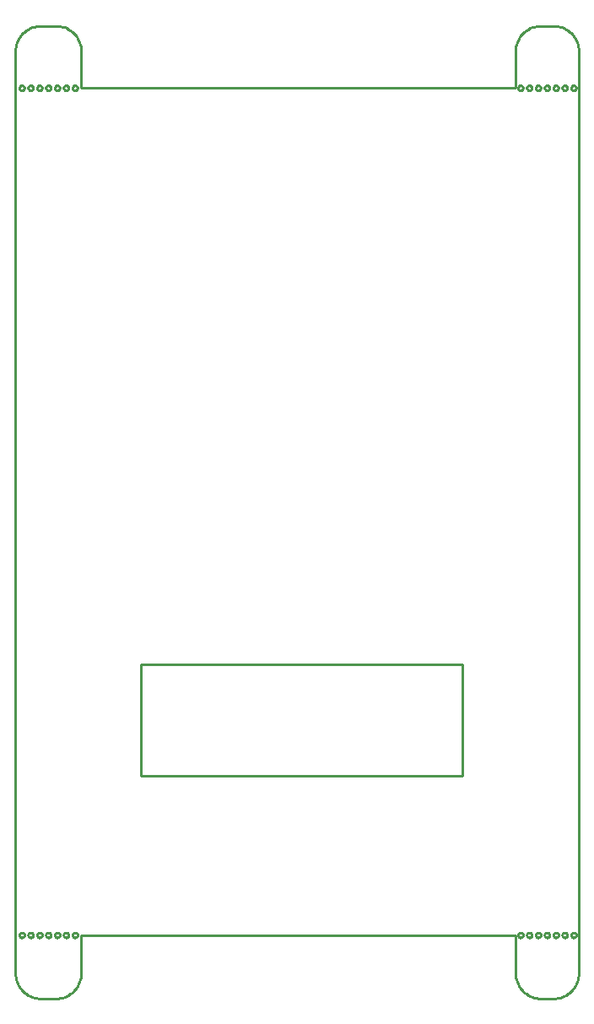
<source format=gbr>
G04 EAGLE Gerber RS-274X export*
G75*
%MOMM*%
%FSLAX34Y34*%
%LPD*%
%IN*%
%IPPOS*%
%AMOC8*
5,1,8,0,0,1.08239X$1,22.5*%
G01*
%ADD10C,0.254000*%


D10*
X0Y-38100D02*
X97Y-40314D01*
X386Y-42511D01*
X865Y-44674D01*
X1532Y-46787D01*
X2380Y-48835D01*
X3403Y-50800D01*
X4594Y-52669D01*
X5942Y-54427D01*
X7440Y-56061D01*
X9073Y-57558D01*
X10831Y-58906D01*
X12700Y-60097D01*
X14666Y-61120D01*
X16713Y-61968D01*
X18826Y-62635D01*
X20989Y-63114D01*
X23186Y-63403D01*
X25400Y-63500D01*
X40640Y-63500D01*
X42854Y-63403D01*
X45051Y-63114D01*
X47214Y-62635D01*
X49327Y-61968D01*
X51375Y-61120D01*
X53340Y-60097D01*
X55209Y-58906D01*
X56967Y-57558D01*
X58601Y-56061D01*
X60098Y-54427D01*
X61446Y-52669D01*
X62637Y-50800D01*
X63660Y-48835D01*
X64508Y-46787D01*
X65175Y-44674D01*
X65654Y-42511D01*
X65943Y-40314D01*
X66040Y-38100D01*
X66040Y0D01*
X501650Y0D01*
X501650Y-38100D01*
X501747Y-40314D01*
X502036Y-42511D01*
X502515Y-44674D01*
X503182Y-46787D01*
X504030Y-48835D01*
X505053Y-50800D01*
X506244Y-52669D01*
X507592Y-54427D01*
X509090Y-56061D01*
X510723Y-57558D01*
X512481Y-58906D01*
X514350Y-60097D01*
X516316Y-61120D01*
X518363Y-61968D01*
X520476Y-62635D01*
X522639Y-63114D01*
X524836Y-63403D01*
X527050Y-63500D01*
X539750Y-63500D01*
X541964Y-63403D01*
X544161Y-63114D01*
X546324Y-62635D01*
X548437Y-61968D01*
X550485Y-61120D01*
X552450Y-60097D01*
X554319Y-58906D01*
X556077Y-57558D01*
X557711Y-56061D01*
X559208Y-54427D01*
X560556Y-52669D01*
X561747Y-50800D01*
X562770Y-48835D01*
X563618Y-46787D01*
X564285Y-44674D01*
X564764Y-42511D01*
X565053Y-40314D01*
X565150Y-38100D01*
X565150Y886460D01*
X565053Y888674D01*
X564764Y890871D01*
X564285Y893034D01*
X563618Y895147D01*
X562770Y897195D01*
X561747Y899160D01*
X560556Y901029D01*
X559208Y902787D01*
X557711Y904421D01*
X556077Y905918D01*
X554319Y907266D01*
X552450Y908457D01*
X550485Y909480D01*
X548437Y910328D01*
X546324Y910995D01*
X544161Y911474D01*
X541964Y911763D01*
X539750Y911860D01*
X527050Y911860D01*
X524836Y911763D01*
X522639Y911474D01*
X520476Y910995D01*
X518363Y910328D01*
X516316Y909480D01*
X514350Y908457D01*
X512481Y907266D01*
X510723Y905918D01*
X509090Y904421D01*
X507592Y902787D01*
X506244Y901029D01*
X505053Y899160D01*
X504030Y897195D01*
X503182Y895147D01*
X502515Y893034D01*
X502036Y890871D01*
X501747Y888674D01*
X501650Y886460D01*
X501650Y849630D01*
X66040Y849630D01*
X66040Y886460D01*
X65943Y888674D01*
X65654Y890871D01*
X65175Y893034D01*
X64508Y895147D01*
X63660Y897195D01*
X62637Y899160D01*
X61446Y901029D01*
X60098Y902787D01*
X58601Y904421D01*
X56967Y905918D01*
X55209Y907266D01*
X53340Y908457D01*
X51375Y909480D01*
X49327Y910328D01*
X47214Y910995D01*
X45051Y911474D01*
X42854Y911763D01*
X40640Y911860D01*
X25400Y911860D01*
X23186Y911763D01*
X20989Y911474D01*
X18826Y910995D01*
X16713Y910328D01*
X14666Y909480D01*
X12700Y908457D01*
X10831Y907266D01*
X9073Y905918D01*
X7440Y904421D01*
X5942Y902787D01*
X4594Y901029D01*
X3403Y899160D01*
X2380Y897195D01*
X1532Y895147D01*
X865Y893034D01*
X386Y890871D01*
X97Y888674D01*
X0Y886460D01*
X0Y-38100D01*
X125730Y160020D02*
X448310Y160020D01*
X448310Y271780D01*
X125730Y271780D01*
X125730Y160020D01*
X62190Y849433D02*
X62128Y849045D01*
X62007Y848670D01*
X61828Y848320D01*
X61597Y848001D01*
X61319Y847723D01*
X61000Y847492D01*
X60650Y847313D01*
X60275Y847192D01*
X59887Y847130D01*
X59493Y847130D01*
X59105Y847192D01*
X58730Y847313D01*
X58380Y847492D01*
X58061Y847723D01*
X57783Y848001D01*
X57552Y848320D01*
X57373Y848670D01*
X57252Y849045D01*
X57190Y849433D01*
X57190Y849827D01*
X57252Y850215D01*
X57373Y850590D01*
X57552Y850940D01*
X57783Y851259D01*
X58061Y851537D01*
X58380Y851768D01*
X58730Y851947D01*
X59105Y852068D01*
X59493Y852130D01*
X59887Y852130D01*
X60275Y852068D01*
X60650Y851947D01*
X61000Y851768D01*
X61319Y851537D01*
X61597Y851259D01*
X61828Y850940D01*
X62007Y850590D01*
X62128Y850215D01*
X62190Y849827D01*
X62190Y849433D01*
X53300Y849433D02*
X53238Y849045D01*
X53117Y848670D01*
X52938Y848320D01*
X52707Y848001D01*
X52429Y847723D01*
X52110Y847492D01*
X51760Y847313D01*
X51385Y847192D01*
X50997Y847130D01*
X50603Y847130D01*
X50215Y847192D01*
X49840Y847313D01*
X49490Y847492D01*
X49171Y847723D01*
X48893Y848001D01*
X48662Y848320D01*
X48483Y848670D01*
X48362Y849045D01*
X48300Y849433D01*
X48300Y849827D01*
X48362Y850215D01*
X48483Y850590D01*
X48662Y850940D01*
X48893Y851259D01*
X49171Y851537D01*
X49490Y851768D01*
X49840Y851947D01*
X50215Y852068D01*
X50603Y852130D01*
X50997Y852130D01*
X51385Y852068D01*
X51760Y851947D01*
X52110Y851768D01*
X52429Y851537D01*
X52707Y851259D01*
X52938Y850940D01*
X53117Y850590D01*
X53238Y850215D01*
X53300Y849827D01*
X53300Y849433D01*
X44410Y849433D02*
X44348Y849045D01*
X44227Y848670D01*
X44048Y848320D01*
X43817Y848001D01*
X43539Y847723D01*
X43220Y847492D01*
X42870Y847313D01*
X42495Y847192D01*
X42107Y847130D01*
X41713Y847130D01*
X41325Y847192D01*
X40950Y847313D01*
X40600Y847492D01*
X40281Y847723D01*
X40003Y848001D01*
X39772Y848320D01*
X39593Y848670D01*
X39472Y849045D01*
X39410Y849433D01*
X39410Y849827D01*
X39472Y850215D01*
X39593Y850590D01*
X39772Y850940D01*
X40003Y851259D01*
X40281Y851537D01*
X40600Y851768D01*
X40950Y851947D01*
X41325Y852068D01*
X41713Y852130D01*
X42107Y852130D01*
X42495Y852068D01*
X42870Y851947D01*
X43220Y851768D01*
X43539Y851537D01*
X43817Y851259D01*
X44048Y850940D01*
X44227Y850590D01*
X44348Y850215D01*
X44410Y849827D01*
X44410Y849433D01*
X35520Y849433D02*
X35458Y849045D01*
X35337Y848670D01*
X35158Y848320D01*
X34927Y848001D01*
X34649Y847723D01*
X34330Y847492D01*
X33980Y847313D01*
X33605Y847192D01*
X33217Y847130D01*
X32823Y847130D01*
X32435Y847192D01*
X32060Y847313D01*
X31710Y847492D01*
X31391Y847723D01*
X31113Y848001D01*
X30882Y848320D01*
X30703Y848670D01*
X30582Y849045D01*
X30520Y849433D01*
X30520Y849827D01*
X30582Y850215D01*
X30703Y850590D01*
X30882Y850940D01*
X31113Y851259D01*
X31391Y851537D01*
X31710Y851768D01*
X32060Y851947D01*
X32435Y852068D01*
X32823Y852130D01*
X33217Y852130D01*
X33605Y852068D01*
X33980Y851947D01*
X34330Y851768D01*
X34649Y851537D01*
X34927Y851259D01*
X35158Y850940D01*
X35337Y850590D01*
X35458Y850215D01*
X35520Y849827D01*
X35520Y849433D01*
X26630Y849433D02*
X26568Y849045D01*
X26447Y848670D01*
X26268Y848320D01*
X26037Y848001D01*
X25759Y847723D01*
X25440Y847492D01*
X25090Y847313D01*
X24715Y847192D01*
X24327Y847130D01*
X23933Y847130D01*
X23545Y847192D01*
X23170Y847313D01*
X22820Y847492D01*
X22501Y847723D01*
X22223Y848001D01*
X21992Y848320D01*
X21813Y848670D01*
X21692Y849045D01*
X21630Y849433D01*
X21630Y849827D01*
X21692Y850215D01*
X21813Y850590D01*
X21992Y850940D01*
X22223Y851259D01*
X22501Y851537D01*
X22820Y851768D01*
X23170Y851947D01*
X23545Y852068D01*
X23933Y852130D01*
X24327Y852130D01*
X24715Y852068D01*
X25090Y851947D01*
X25440Y851768D01*
X25759Y851537D01*
X26037Y851259D01*
X26268Y850940D01*
X26447Y850590D01*
X26568Y850215D01*
X26630Y849827D01*
X26630Y849433D01*
X17740Y849433D02*
X17678Y849045D01*
X17557Y848670D01*
X17378Y848320D01*
X17147Y848001D01*
X16869Y847723D01*
X16550Y847492D01*
X16200Y847313D01*
X15825Y847192D01*
X15437Y847130D01*
X15043Y847130D01*
X14655Y847192D01*
X14280Y847313D01*
X13930Y847492D01*
X13611Y847723D01*
X13333Y848001D01*
X13102Y848320D01*
X12923Y848670D01*
X12802Y849045D01*
X12740Y849433D01*
X12740Y849827D01*
X12802Y850215D01*
X12923Y850590D01*
X13102Y850940D01*
X13333Y851259D01*
X13611Y851537D01*
X13930Y851768D01*
X14280Y851947D01*
X14655Y852068D01*
X15043Y852130D01*
X15437Y852130D01*
X15825Y852068D01*
X16200Y851947D01*
X16550Y851768D01*
X16869Y851537D01*
X17147Y851259D01*
X17378Y850940D01*
X17557Y850590D01*
X17678Y850215D01*
X17740Y849827D01*
X17740Y849433D01*
X8850Y849433D02*
X8788Y849045D01*
X8667Y848670D01*
X8488Y848320D01*
X8257Y848001D01*
X7979Y847723D01*
X7660Y847492D01*
X7310Y847313D01*
X6935Y847192D01*
X6547Y847130D01*
X6153Y847130D01*
X5765Y847192D01*
X5390Y847313D01*
X5040Y847492D01*
X4721Y847723D01*
X4443Y848001D01*
X4212Y848320D01*
X4033Y848670D01*
X3912Y849045D01*
X3850Y849433D01*
X3850Y849827D01*
X3912Y850215D01*
X4033Y850590D01*
X4212Y850940D01*
X4443Y851259D01*
X4721Y851537D01*
X5040Y851768D01*
X5390Y851947D01*
X5765Y852068D01*
X6153Y852130D01*
X6547Y852130D01*
X6935Y852068D01*
X7310Y851947D01*
X7660Y851768D01*
X7979Y851537D01*
X8257Y851259D01*
X8488Y850940D01*
X8667Y850590D01*
X8788Y850215D01*
X8850Y849827D01*
X8850Y849433D01*
X562570Y849433D02*
X562508Y849045D01*
X562387Y848670D01*
X562208Y848320D01*
X561977Y848001D01*
X561699Y847723D01*
X561380Y847492D01*
X561030Y847313D01*
X560655Y847192D01*
X560267Y847130D01*
X559873Y847130D01*
X559485Y847192D01*
X559110Y847313D01*
X558760Y847492D01*
X558441Y847723D01*
X558163Y848001D01*
X557932Y848320D01*
X557753Y848670D01*
X557632Y849045D01*
X557570Y849433D01*
X557570Y849827D01*
X557632Y850215D01*
X557753Y850590D01*
X557932Y850940D01*
X558163Y851259D01*
X558441Y851537D01*
X558760Y851768D01*
X559110Y851947D01*
X559485Y852068D01*
X559873Y852130D01*
X560267Y852130D01*
X560655Y852068D01*
X561030Y851947D01*
X561380Y851768D01*
X561699Y851537D01*
X561977Y851259D01*
X562208Y850940D01*
X562387Y850590D01*
X562508Y850215D01*
X562570Y849827D01*
X562570Y849433D01*
X553680Y849433D02*
X553618Y849045D01*
X553497Y848670D01*
X553318Y848320D01*
X553087Y848001D01*
X552809Y847723D01*
X552490Y847492D01*
X552140Y847313D01*
X551765Y847192D01*
X551377Y847130D01*
X550983Y847130D01*
X550595Y847192D01*
X550220Y847313D01*
X549870Y847492D01*
X549551Y847723D01*
X549273Y848001D01*
X549042Y848320D01*
X548863Y848670D01*
X548742Y849045D01*
X548680Y849433D01*
X548680Y849827D01*
X548742Y850215D01*
X548863Y850590D01*
X549042Y850940D01*
X549273Y851259D01*
X549551Y851537D01*
X549870Y851768D01*
X550220Y851947D01*
X550595Y852068D01*
X550983Y852130D01*
X551377Y852130D01*
X551765Y852068D01*
X552140Y851947D01*
X552490Y851768D01*
X552809Y851537D01*
X553087Y851259D01*
X553318Y850940D01*
X553497Y850590D01*
X553618Y850215D01*
X553680Y849827D01*
X553680Y849433D01*
X544790Y849433D02*
X544728Y849045D01*
X544607Y848670D01*
X544428Y848320D01*
X544197Y848001D01*
X543919Y847723D01*
X543600Y847492D01*
X543250Y847313D01*
X542875Y847192D01*
X542487Y847130D01*
X542093Y847130D01*
X541705Y847192D01*
X541330Y847313D01*
X540980Y847492D01*
X540661Y847723D01*
X540383Y848001D01*
X540152Y848320D01*
X539973Y848670D01*
X539852Y849045D01*
X539790Y849433D01*
X539790Y849827D01*
X539852Y850215D01*
X539973Y850590D01*
X540152Y850940D01*
X540383Y851259D01*
X540661Y851537D01*
X540980Y851768D01*
X541330Y851947D01*
X541705Y852068D01*
X542093Y852130D01*
X542487Y852130D01*
X542875Y852068D01*
X543250Y851947D01*
X543600Y851768D01*
X543919Y851537D01*
X544197Y851259D01*
X544428Y850940D01*
X544607Y850590D01*
X544728Y850215D01*
X544790Y849827D01*
X544790Y849433D01*
X535900Y849433D02*
X535838Y849045D01*
X535717Y848670D01*
X535538Y848320D01*
X535307Y848001D01*
X535029Y847723D01*
X534710Y847492D01*
X534360Y847313D01*
X533985Y847192D01*
X533597Y847130D01*
X533203Y847130D01*
X532815Y847192D01*
X532440Y847313D01*
X532090Y847492D01*
X531771Y847723D01*
X531493Y848001D01*
X531262Y848320D01*
X531083Y848670D01*
X530962Y849045D01*
X530900Y849433D01*
X530900Y849827D01*
X530962Y850215D01*
X531083Y850590D01*
X531262Y850940D01*
X531493Y851259D01*
X531771Y851537D01*
X532090Y851768D01*
X532440Y851947D01*
X532815Y852068D01*
X533203Y852130D01*
X533597Y852130D01*
X533985Y852068D01*
X534360Y851947D01*
X534710Y851768D01*
X535029Y851537D01*
X535307Y851259D01*
X535538Y850940D01*
X535717Y850590D01*
X535838Y850215D01*
X535900Y849827D01*
X535900Y849433D01*
X527010Y849433D02*
X526948Y849045D01*
X526827Y848670D01*
X526648Y848320D01*
X526417Y848001D01*
X526139Y847723D01*
X525820Y847492D01*
X525470Y847313D01*
X525095Y847192D01*
X524707Y847130D01*
X524313Y847130D01*
X523925Y847192D01*
X523550Y847313D01*
X523200Y847492D01*
X522881Y847723D01*
X522603Y848001D01*
X522372Y848320D01*
X522193Y848670D01*
X522072Y849045D01*
X522010Y849433D01*
X522010Y849827D01*
X522072Y850215D01*
X522193Y850590D01*
X522372Y850940D01*
X522603Y851259D01*
X522881Y851537D01*
X523200Y851768D01*
X523550Y851947D01*
X523925Y852068D01*
X524313Y852130D01*
X524707Y852130D01*
X525095Y852068D01*
X525470Y851947D01*
X525820Y851768D01*
X526139Y851537D01*
X526417Y851259D01*
X526648Y850940D01*
X526827Y850590D01*
X526948Y850215D01*
X527010Y849827D01*
X527010Y849433D01*
X518120Y849433D02*
X518058Y849045D01*
X517937Y848670D01*
X517758Y848320D01*
X517527Y848001D01*
X517249Y847723D01*
X516930Y847492D01*
X516580Y847313D01*
X516205Y847192D01*
X515817Y847130D01*
X515423Y847130D01*
X515035Y847192D01*
X514660Y847313D01*
X514310Y847492D01*
X513991Y847723D01*
X513713Y848001D01*
X513482Y848320D01*
X513303Y848670D01*
X513182Y849045D01*
X513120Y849433D01*
X513120Y849827D01*
X513182Y850215D01*
X513303Y850590D01*
X513482Y850940D01*
X513713Y851259D01*
X513991Y851537D01*
X514310Y851768D01*
X514660Y851947D01*
X515035Y852068D01*
X515423Y852130D01*
X515817Y852130D01*
X516205Y852068D01*
X516580Y851947D01*
X516930Y851768D01*
X517249Y851537D01*
X517527Y851259D01*
X517758Y850940D01*
X517937Y850590D01*
X518058Y850215D01*
X518120Y849827D01*
X518120Y849433D01*
X509230Y849433D02*
X509168Y849045D01*
X509047Y848670D01*
X508868Y848320D01*
X508637Y848001D01*
X508359Y847723D01*
X508040Y847492D01*
X507690Y847313D01*
X507315Y847192D01*
X506927Y847130D01*
X506533Y847130D01*
X506145Y847192D01*
X505770Y847313D01*
X505420Y847492D01*
X505101Y847723D01*
X504823Y848001D01*
X504592Y848320D01*
X504413Y848670D01*
X504292Y849045D01*
X504230Y849433D01*
X504230Y849827D01*
X504292Y850215D01*
X504413Y850590D01*
X504592Y850940D01*
X504823Y851259D01*
X505101Y851537D01*
X505420Y851768D01*
X505770Y851947D01*
X506145Y852068D01*
X506533Y852130D01*
X506927Y852130D01*
X507315Y852068D01*
X507690Y851947D01*
X508040Y851768D01*
X508359Y851537D01*
X508637Y851259D01*
X508868Y850940D01*
X509047Y850590D01*
X509168Y850215D01*
X509230Y849827D01*
X509230Y849433D01*
X62190Y-197D02*
X62128Y-585D01*
X62007Y-960D01*
X61828Y-1310D01*
X61597Y-1629D01*
X61319Y-1907D01*
X61000Y-2138D01*
X60650Y-2317D01*
X60275Y-2438D01*
X59887Y-2500D01*
X59493Y-2500D01*
X59105Y-2438D01*
X58730Y-2317D01*
X58380Y-2138D01*
X58061Y-1907D01*
X57783Y-1629D01*
X57552Y-1310D01*
X57373Y-960D01*
X57252Y-585D01*
X57190Y-197D01*
X57190Y197D01*
X57252Y585D01*
X57373Y960D01*
X57552Y1310D01*
X57783Y1629D01*
X58061Y1907D01*
X58380Y2138D01*
X58730Y2317D01*
X59105Y2438D01*
X59493Y2500D01*
X59887Y2500D01*
X60275Y2438D01*
X60650Y2317D01*
X61000Y2138D01*
X61319Y1907D01*
X61597Y1629D01*
X61828Y1310D01*
X62007Y960D01*
X62128Y585D01*
X62190Y197D01*
X62190Y-197D01*
X53300Y-197D02*
X53238Y-585D01*
X53117Y-960D01*
X52938Y-1310D01*
X52707Y-1629D01*
X52429Y-1907D01*
X52110Y-2138D01*
X51760Y-2317D01*
X51385Y-2438D01*
X50997Y-2500D01*
X50603Y-2500D01*
X50215Y-2438D01*
X49840Y-2317D01*
X49490Y-2138D01*
X49171Y-1907D01*
X48893Y-1629D01*
X48662Y-1310D01*
X48483Y-960D01*
X48362Y-585D01*
X48300Y-197D01*
X48300Y197D01*
X48362Y585D01*
X48483Y960D01*
X48662Y1310D01*
X48893Y1629D01*
X49171Y1907D01*
X49490Y2138D01*
X49840Y2317D01*
X50215Y2438D01*
X50603Y2500D01*
X50997Y2500D01*
X51385Y2438D01*
X51760Y2317D01*
X52110Y2138D01*
X52429Y1907D01*
X52707Y1629D01*
X52938Y1310D01*
X53117Y960D01*
X53238Y585D01*
X53300Y197D01*
X53300Y-197D01*
X44410Y-197D02*
X44348Y-585D01*
X44227Y-960D01*
X44048Y-1310D01*
X43817Y-1629D01*
X43539Y-1907D01*
X43220Y-2138D01*
X42870Y-2317D01*
X42495Y-2438D01*
X42107Y-2500D01*
X41713Y-2500D01*
X41325Y-2438D01*
X40950Y-2317D01*
X40600Y-2138D01*
X40281Y-1907D01*
X40003Y-1629D01*
X39772Y-1310D01*
X39593Y-960D01*
X39472Y-585D01*
X39410Y-197D01*
X39410Y197D01*
X39472Y585D01*
X39593Y960D01*
X39772Y1310D01*
X40003Y1629D01*
X40281Y1907D01*
X40600Y2138D01*
X40950Y2317D01*
X41325Y2438D01*
X41713Y2500D01*
X42107Y2500D01*
X42495Y2438D01*
X42870Y2317D01*
X43220Y2138D01*
X43539Y1907D01*
X43817Y1629D01*
X44048Y1310D01*
X44227Y960D01*
X44348Y585D01*
X44410Y197D01*
X44410Y-197D01*
X35520Y-197D02*
X35458Y-585D01*
X35337Y-960D01*
X35158Y-1310D01*
X34927Y-1629D01*
X34649Y-1907D01*
X34330Y-2138D01*
X33980Y-2317D01*
X33605Y-2438D01*
X33217Y-2500D01*
X32823Y-2500D01*
X32435Y-2438D01*
X32060Y-2317D01*
X31710Y-2138D01*
X31391Y-1907D01*
X31113Y-1629D01*
X30882Y-1310D01*
X30703Y-960D01*
X30582Y-585D01*
X30520Y-197D01*
X30520Y197D01*
X30582Y585D01*
X30703Y960D01*
X30882Y1310D01*
X31113Y1629D01*
X31391Y1907D01*
X31710Y2138D01*
X32060Y2317D01*
X32435Y2438D01*
X32823Y2500D01*
X33217Y2500D01*
X33605Y2438D01*
X33980Y2317D01*
X34330Y2138D01*
X34649Y1907D01*
X34927Y1629D01*
X35158Y1310D01*
X35337Y960D01*
X35458Y585D01*
X35520Y197D01*
X35520Y-197D01*
X26630Y-197D02*
X26568Y-585D01*
X26447Y-960D01*
X26268Y-1310D01*
X26037Y-1629D01*
X25759Y-1907D01*
X25440Y-2138D01*
X25090Y-2317D01*
X24715Y-2438D01*
X24327Y-2500D01*
X23933Y-2500D01*
X23545Y-2438D01*
X23170Y-2317D01*
X22820Y-2138D01*
X22501Y-1907D01*
X22223Y-1629D01*
X21992Y-1310D01*
X21813Y-960D01*
X21692Y-585D01*
X21630Y-197D01*
X21630Y197D01*
X21692Y585D01*
X21813Y960D01*
X21992Y1310D01*
X22223Y1629D01*
X22501Y1907D01*
X22820Y2138D01*
X23170Y2317D01*
X23545Y2438D01*
X23933Y2500D01*
X24327Y2500D01*
X24715Y2438D01*
X25090Y2317D01*
X25440Y2138D01*
X25759Y1907D01*
X26037Y1629D01*
X26268Y1310D01*
X26447Y960D01*
X26568Y585D01*
X26630Y197D01*
X26630Y-197D01*
X17740Y-197D02*
X17678Y-585D01*
X17557Y-960D01*
X17378Y-1310D01*
X17147Y-1629D01*
X16869Y-1907D01*
X16550Y-2138D01*
X16200Y-2317D01*
X15825Y-2438D01*
X15437Y-2500D01*
X15043Y-2500D01*
X14655Y-2438D01*
X14280Y-2317D01*
X13930Y-2138D01*
X13611Y-1907D01*
X13333Y-1629D01*
X13102Y-1310D01*
X12923Y-960D01*
X12802Y-585D01*
X12740Y-197D01*
X12740Y197D01*
X12802Y585D01*
X12923Y960D01*
X13102Y1310D01*
X13333Y1629D01*
X13611Y1907D01*
X13930Y2138D01*
X14280Y2317D01*
X14655Y2438D01*
X15043Y2500D01*
X15437Y2500D01*
X15825Y2438D01*
X16200Y2317D01*
X16550Y2138D01*
X16869Y1907D01*
X17147Y1629D01*
X17378Y1310D01*
X17557Y960D01*
X17678Y585D01*
X17740Y197D01*
X17740Y-197D01*
X8850Y-197D02*
X8788Y-585D01*
X8667Y-960D01*
X8488Y-1310D01*
X8257Y-1629D01*
X7979Y-1907D01*
X7660Y-2138D01*
X7310Y-2317D01*
X6935Y-2438D01*
X6547Y-2500D01*
X6153Y-2500D01*
X5765Y-2438D01*
X5390Y-2317D01*
X5040Y-2138D01*
X4721Y-1907D01*
X4443Y-1629D01*
X4212Y-1310D01*
X4033Y-960D01*
X3912Y-585D01*
X3850Y-197D01*
X3850Y197D01*
X3912Y585D01*
X4033Y960D01*
X4212Y1310D01*
X4443Y1629D01*
X4721Y1907D01*
X5040Y2138D01*
X5390Y2317D01*
X5765Y2438D01*
X6153Y2500D01*
X6547Y2500D01*
X6935Y2438D01*
X7310Y2317D01*
X7660Y2138D01*
X7979Y1907D01*
X8257Y1629D01*
X8488Y1310D01*
X8667Y960D01*
X8788Y585D01*
X8850Y197D01*
X8850Y-197D01*
X562570Y-197D02*
X562508Y-585D01*
X562387Y-960D01*
X562208Y-1310D01*
X561977Y-1629D01*
X561699Y-1907D01*
X561380Y-2138D01*
X561030Y-2317D01*
X560655Y-2438D01*
X560267Y-2500D01*
X559873Y-2500D01*
X559485Y-2438D01*
X559110Y-2317D01*
X558760Y-2138D01*
X558441Y-1907D01*
X558163Y-1629D01*
X557932Y-1310D01*
X557753Y-960D01*
X557632Y-585D01*
X557570Y-197D01*
X557570Y197D01*
X557632Y585D01*
X557753Y960D01*
X557932Y1310D01*
X558163Y1629D01*
X558441Y1907D01*
X558760Y2138D01*
X559110Y2317D01*
X559485Y2438D01*
X559873Y2500D01*
X560267Y2500D01*
X560655Y2438D01*
X561030Y2317D01*
X561380Y2138D01*
X561699Y1907D01*
X561977Y1629D01*
X562208Y1310D01*
X562387Y960D01*
X562508Y585D01*
X562570Y197D01*
X562570Y-197D01*
X553680Y-197D02*
X553618Y-585D01*
X553497Y-960D01*
X553318Y-1310D01*
X553087Y-1629D01*
X552809Y-1907D01*
X552490Y-2138D01*
X552140Y-2317D01*
X551765Y-2438D01*
X551377Y-2500D01*
X550983Y-2500D01*
X550595Y-2438D01*
X550220Y-2317D01*
X549870Y-2138D01*
X549551Y-1907D01*
X549273Y-1629D01*
X549042Y-1310D01*
X548863Y-960D01*
X548742Y-585D01*
X548680Y-197D01*
X548680Y197D01*
X548742Y585D01*
X548863Y960D01*
X549042Y1310D01*
X549273Y1629D01*
X549551Y1907D01*
X549870Y2138D01*
X550220Y2317D01*
X550595Y2438D01*
X550983Y2500D01*
X551377Y2500D01*
X551765Y2438D01*
X552140Y2317D01*
X552490Y2138D01*
X552809Y1907D01*
X553087Y1629D01*
X553318Y1310D01*
X553497Y960D01*
X553618Y585D01*
X553680Y197D01*
X553680Y-197D01*
X544790Y-197D02*
X544728Y-585D01*
X544607Y-960D01*
X544428Y-1310D01*
X544197Y-1629D01*
X543919Y-1907D01*
X543600Y-2138D01*
X543250Y-2317D01*
X542875Y-2438D01*
X542487Y-2500D01*
X542093Y-2500D01*
X541705Y-2438D01*
X541330Y-2317D01*
X540980Y-2138D01*
X540661Y-1907D01*
X540383Y-1629D01*
X540152Y-1310D01*
X539973Y-960D01*
X539852Y-585D01*
X539790Y-197D01*
X539790Y197D01*
X539852Y585D01*
X539973Y960D01*
X540152Y1310D01*
X540383Y1629D01*
X540661Y1907D01*
X540980Y2138D01*
X541330Y2317D01*
X541705Y2438D01*
X542093Y2500D01*
X542487Y2500D01*
X542875Y2438D01*
X543250Y2317D01*
X543600Y2138D01*
X543919Y1907D01*
X544197Y1629D01*
X544428Y1310D01*
X544607Y960D01*
X544728Y585D01*
X544790Y197D01*
X544790Y-197D01*
X535900Y-197D02*
X535838Y-585D01*
X535717Y-960D01*
X535538Y-1310D01*
X535307Y-1629D01*
X535029Y-1907D01*
X534710Y-2138D01*
X534360Y-2317D01*
X533985Y-2438D01*
X533597Y-2500D01*
X533203Y-2500D01*
X532815Y-2438D01*
X532440Y-2317D01*
X532090Y-2138D01*
X531771Y-1907D01*
X531493Y-1629D01*
X531262Y-1310D01*
X531083Y-960D01*
X530962Y-585D01*
X530900Y-197D01*
X530900Y197D01*
X530962Y585D01*
X531083Y960D01*
X531262Y1310D01*
X531493Y1629D01*
X531771Y1907D01*
X532090Y2138D01*
X532440Y2317D01*
X532815Y2438D01*
X533203Y2500D01*
X533597Y2500D01*
X533985Y2438D01*
X534360Y2317D01*
X534710Y2138D01*
X535029Y1907D01*
X535307Y1629D01*
X535538Y1310D01*
X535717Y960D01*
X535838Y585D01*
X535900Y197D01*
X535900Y-197D01*
X527010Y-197D02*
X526948Y-585D01*
X526827Y-960D01*
X526648Y-1310D01*
X526417Y-1629D01*
X526139Y-1907D01*
X525820Y-2138D01*
X525470Y-2317D01*
X525095Y-2438D01*
X524707Y-2500D01*
X524313Y-2500D01*
X523925Y-2438D01*
X523550Y-2317D01*
X523200Y-2138D01*
X522881Y-1907D01*
X522603Y-1629D01*
X522372Y-1310D01*
X522193Y-960D01*
X522072Y-585D01*
X522010Y-197D01*
X522010Y197D01*
X522072Y585D01*
X522193Y960D01*
X522372Y1310D01*
X522603Y1629D01*
X522881Y1907D01*
X523200Y2138D01*
X523550Y2317D01*
X523925Y2438D01*
X524313Y2500D01*
X524707Y2500D01*
X525095Y2438D01*
X525470Y2317D01*
X525820Y2138D01*
X526139Y1907D01*
X526417Y1629D01*
X526648Y1310D01*
X526827Y960D01*
X526948Y585D01*
X527010Y197D01*
X527010Y-197D01*
X518120Y-197D02*
X518058Y-585D01*
X517937Y-960D01*
X517758Y-1310D01*
X517527Y-1629D01*
X517249Y-1907D01*
X516930Y-2138D01*
X516580Y-2317D01*
X516205Y-2438D01*
X515817Y-2500D01*
X515423Y-2500D01*
X515035Y-2438D01*
X514660Y-2317D01*
X514310Y-2138D01*
X513991Y-1907D01*
X513713Y-1629D01*
X513482Y-1310D01*
X513303Y-960D01*
X513182Y-585D01*
X513120Y-197D01*
X513120Y197D01*
X513182Y585D01*
X513303Y960D01*
X513482Y1310D01*
X513713Y1629D01*
X513991Y1907D01*
X514310Y2138D01*
X514660Y2317D01*
X515035Y2438D01*
X515423Y2500D01*
X515817Y2500D01*
X516205Y2438D01*
X516580Y2317D01*
X516930Y2138D01*
X517249Y1907D01*
X517527Y1629D01*
X517758Y1310D01*
X517937Y960D01*
X518058Y585D01*
X518120Y197D01*
X518120Y-197D01*
X509230Y-197D02*
X509168Y-585D01*
X509047Y-960D01*
X508868Y-1310D01*
X508637Y-1629D01*
X508359Y-1907D01*
X508040Y-2138D01*
X507690Y-2317D01*
X507315Y-2438D01*
X506927Y-2500D01*
X506533Y-2500D01*
X506145Y-2438D01*
X505770Y-2317D01*
X505420Y-2138D01*
X505101Y-1907D01*
X504823Y-1629D01*
X504592Y-1310D01*
X504413Y-960D01*
X504292Y-585D01*
X504230Y-197D01*
X504230Y197D01*
X504292Y585D01*
X504413Y960D01*
X504592Y1310D01*
X504823Y1629D01*
X505101Y1907D01*
X505420Y2138D01*
X505770Y2317D01*
X506145Y2438D01*
X506533Y2500D01*
X506927Y2500D01*
X507315Y2438D01*
X507690Y2317D01*
X508040Y2138D01*
X508359Y1907D01*
X508637Y1629D01*
X508868Y1310D01*
X509047Y960D01*
X509168Y585D01*
X509230Y197D01*
X509230Y-197D01*
M02*

</source>
